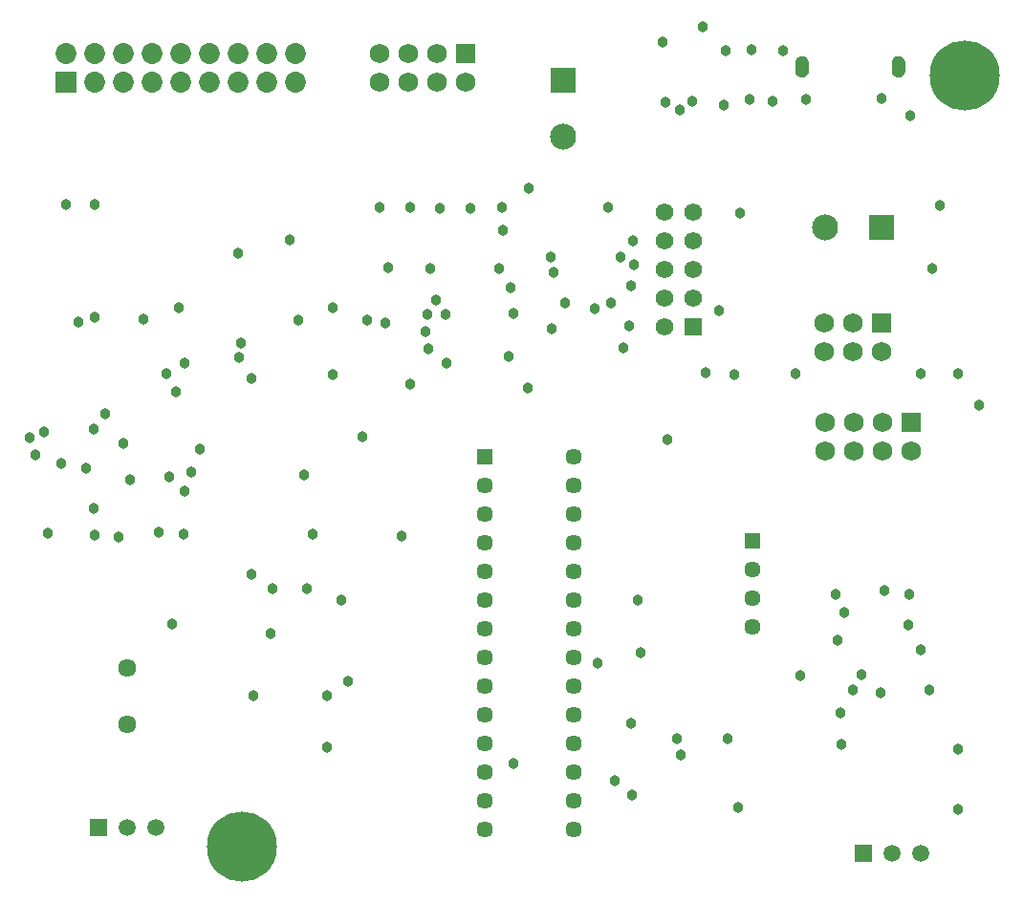
<source format=gbs>
G04*
G04 #@! TF.GenerationSoftware,Altium Limited,Altium Designer,22.3.1 (43)*
G04*
G04 Layer_Color=16711935*
%FSLAX25Y25*%
%MOIN*%
G70*
G04*
G04 #@! TF.SameCoordinates,CB90502A-CAD2-466A-8923-7FAB541583EB*
G04*
G04*
G04 #@! TF.FilePolarity,Negative*
G04*
G01*
G75*
%ADD61C,0.24422*%
%ADD62C,0.05918*%
%ADD63R,0.05918X0.05918*%
%ADD64C,0.06343*%
%ADD65C,0.09068*%
%ADD66R,0.09068X0.09068*%
%ADD67R,0.06902X0.06902*%
%ADD68C,0.06902*%
%ADD69C,0.05682*%
%ADD70R,0.05682X0.05682*%
%ADD71C,0.06194*%
%ADD72R,0.06194X0.06194*%
%ADD73R,0.09068X0.09068*%
%ADD74C,0.05721*%
%ADD75R,0.05721X0.05721*%
%ADD76C,0.07296*%
%ADD77R,0.07296X0.07296*%
%ADD78C,0.03800*%
G36*
X280065Y292763D02*
X279942Y292773D01*
X279819Y292789D01*
X279698Y292811D01*
X279578Y292840D01*
X279459Y292876D01*
X279342Y292917D01*
X279228Y292964D01*
X279117Y293017D01*
X279008Y293076D01*
X278902Y293141D01*
X278801Y293211D01*
X278702Y293286D01*
X278608Y293367D01*
X278519Y293452D01*
X278433Y293541D01*
X278353Y293636D01*
X278278Y293734D01*
X278208Y293835D01*
X278143Y293941D01*
X278084Y294050D01*
X278031Y294161D01*
X277984Y294275D01*
X277942Y294392D01*
X277907Y294511D01*
X277878Y294631D01*
X277856Y294753D01*
X277840Y294875D01*
X277830Y294998D01*
X277827Y295122D01*
Y297878D01*
X277830Y298002D01*
X277840Y298125D01*
X277856Y298248D01*
X277878Y298369D01*
X277907Y298489D01*
X277942Y298608D01*
X277984Y298725D01*
X278031Y298839D01*
X278084Y298950D01*
X278143Y299059D01*
X278208Y299165D01*
X278278Y299266D01*
X278353Y299364D01*
X278433Y299459D01*
X278519Y299548D01*
X278608Y299633D01*
X278702Y299714D01*
X278801Y299789D01*
X278902Y299859D01*
X279008Y299924D01*
X279117Y299983D01*
X279228Y300036D01*
X279342Y300083D01*
X279459Y300125D01*
X279578Y300160D01*
X279698Y300188D01*
X279819Y300211D01*
X279942Y300227D01*
X280065Y300237D01*
X280189Y300240D01*
X280313Y300237D01*
X280436Y300227D01*
X280558Y300211D01*
X280680Y300188D01*
X280800Y300160D01*
X280919Y300125D01*
X281035Y300083D01*
X281150Y300036D01*
X281261Y299983D01*
X281370Y299924D01*
X281475Y299859D01*
X281577Y299789D01*
X281676Y299714D01*
X281770Y299633D01*
X281859Y299548D01*
X281944Y299459D01*
X282025Y299364D01*
X282100Y299266D01*
X282170Y299165D01*
X282235Y299059D01*
X282294Y298950D01*
X282347Y298839D01*
X282394Y298725D01*
X282436Y298608D01*
X282471Y298489D01*
X282500Y298369D01*
X282522Y298248D01*
X282538Y298125D01*
X282548Y298002D01*
X282551Y297878D01*
Y295122D01*
X282548Y294998D01*
X282538Y294875D01*
X282522Y294753D01*
X282500Y294631D01*
X282471Y294511D01*
X282436Y294392D01*
X282394Y294275D01*
X282347Y294161D01*
X282294Y294050D01*
X282235Y293941D01*
X282170Y293835D01*
X282100Y293734D01*
X282025Y293636D01*
X281944Y293541D01*
X281859Y293452D01*
X281770Y293367D01*
X281676Y293286D01*
X281577Y293211D01*
X281475Y293141D01*
X281370Y293076D01*
X281261Y293017D01*
X281150Y292964D01*
X281035Y292917D01*
X280919Y292876D01*
X280800Y292840D01*
X280680Y292811D01*
X280558Y292789D01*
X280436Y292773D01*
X280313Y292763D01*
X280189Y292760D01*
X280065Y292763D01*
D02*
G37*
G36*
X313687D02*
X313564Y292773D01*
X313441Y292789D01*
X313320Y292811D01*
X313200Y292840D01*
X313081Y292876D01*
X312965Y292917D01*
X312850Y292964D01*
X312739Y293017D01*
X312630Y293076D01*
X312525Y293141D01*
X312423Y293211D01*
X312324Y293286D01*
X312230Y293367D01*
X312141Y293452D01*
X312056Y293541D01*
X311975Y293636D01*
X311900Y293734D01*
X311830Y293835D01*
X311765Y293941D01*
X311706Y294050D01*
X311653Y294161D01*
X311606Y294275D01*
X311564Y294392D01*
X311529Y294511D01*
X311500Y294631D01*
X311478Y294753D01*
X311462Y294875D01*
X311452Y294998D01*
X311449Y295122D01*
Y297878D01*
X311452Y298002D01*
X311462Y298125D01*
X311478Y298248D01*
X311500Y298369D01*
X311529Y298489D01*
X311564Y298608D01*
X311606Y298725D01*
X311653Y298839D01*
X311706Y298950D01*
X311765Y299059D01*
X311830Y299165D01*
X311900Y299266D01*
X311975Y299364D01*
X312056Y299459D01*
X312141Y299548D01*
X312230Y299633D01*
X312324Y299714D01*
X312423Y299789D01*
X312525Y299859D01*
X312630Y299924D01*
X312739Y299983D01*
X312850Y300036D01*
X312965Y300083D01*
X313081Y300125D01*
X313200Y300160D01*
X313320Y300188D01*
X313441Y300211D01*
X313564Y300227D01*
X313687Y300237D01*
X313811Y300240D01*
X313935Y300237D01*
X314058Y300227D01*
X314180Y300211D01*
X314302Y300188D01*
X314422Y300160D01*
X314541Y300125D01*
X314658Y300083D01*
X314772Y300036D01*
X314883Y299983D01*
X314992Y299924D01*
X315098Y299859D01*
X315199Y299789D01*
X315298Y299714D01*
X315392Y299633D01*
X315481Y299548D01*
X315566Y299459D01*
X315647Y299364D01*
X315722Y299266D01*
X315792Y299165D01*
X315857Y299059D01*
X315916Y298950D01*
X315969Y298839D01*
X316016Y298725D01*
X316058Y298608D01*
X316093Y298489D01*
X316122Y298369D01*
X316144Y298248D01*
X316160Y298125D01*
X316170Y298002D01*
X316173Y297878D01*
Y295122D01*
X316170Y294998D01*
X316160Y294875D01*
X316144Y294753D01*
X316122Y294631D01*
X316093Y294511D01*
X316058Y294392D01*
X316016Y294275D01*
X315969Y294161D01*
X315916Y294050D01*
X315857Y293941D01*
X315792Y293835D01*
X315722Y293734D01*
X315647Y293636D01*
X315566Y293541D01*
X315481Y293452D01*
X315392Y293367D01*
X315298Y293286D01*
X315199Y293211D01*
X315098Y293141D01*
X314992Y293076D01*
X314883Y293017D01*
X314772Y292964D01*
X314658Y292917D01*
X314541Y292876D01*
X314422Y292840D01*
X314302Y292811D01*
X314180Y292789D01*
X314058Y292773D01*
X313935Y292763D01*
X313811Y292760D01*
X313687Y292763D01*
D02*
G37*
D61*
X85000Y24500D02*
D03*
X337000Y293500D02*
D03*
D62*
X55000Y31000D02*
D03*
X45000D02*
D03*
X311500Y22000D02*
D03*
X321500D02*
D03*
D63*
X35000Y31000D02*
D03*
X301500Y22000D02*
D03*
D64*
X45000Y67157D02*
D03*
Y86843D02*
D03*
D65*
X197000Y272091D02*
D03*
X288173Y240500D02*
D03*
D66*
X197000Y291776D02*
D03*
D67*
X162800Y301000D02*
D03*
X318173Y172500D02*
D03*
X307858Y207000D02*
D03*
D68*
X162800Y291000D02*
D03*
X152800Y301000D02*
D03*
X142800D02*
D03*
X152800Y291000D02*
D03*
X142800D02*
D03*
X132800Y301000D02*
D03*
Y291000D02*
D03*
X288173Y162500D02*
D03*
Y172500D02*
D03*
X298173Y162500D02*
D03*
X308173D02*
D03*
X298173Y172500D02*
D03*
X308173D02*
D03*
X318173Y162500D02*
D03*
X287858Y197000D02*
D03*
X297858D02*
D03*
X307858D02*
D03*
X287858Y207000D02*
D03*
X297858D02*
D03*
D69*
X263000Y101000D02*
D03*
Y111000D02*
D03*
Y121000D02*
D03*
D70*
Y131000D02*
D03*
D71*
X232137Y245846D02*
D03*
X242137D02*
D03*
X232137Y235846D02*
D03*
X242137D02*
D03*
X232137Y225846D02*
D03*
X242137D02*
D03*
X232137Y215846D02*
D03*
X242137D02*
D03*
X232137Y205846D02*
D03*
D72*
X242137D02*
D03*
D73*
X307858Y240500D02*
D03*
D74*
X200500Y160500D02*
D03*
Y150500D02*
D03*
Y140500D02*
D03*
Y130500D02*
D03*
Y120500D02*
D03*
Y110500D02*
D03*
Y100500D02*
D03*
Y90500D02*
D03*
Y80500D02*
D03*
Y70500D02*
D03*
Y60500D02*
D03*
Y50500D02*
D03*
Y40500D02*
D03*
Y30500D02*
D03*
X169500D02*
D03*
Y40500D02*
D03*
Y50500D02*
D03*
Y60500D02*
D03*
Y70500D02*
D03*
Y80500D02*
D03*
Y90500D02*
D03*
Y100500D02*
D03*
Y110500D02*
D03*
Y120500D02*
D03*
Y130500D02*
D03*
Y140500D02*
D03*
Y150500D02*
D03*
D75*
Y160500D02*
D03*
D76*
X83500Y301000D02*
D03*
Y291000D02*
D03*
X53500Y301000D02*
D03*
Y291000D02*
D03*
X43500Y301000D02*
D03*
Y291000D02*
D03*
X23500Y301000D02*
D03*
X33500Y291000D02*
D03*
Y301000D02*
D03*
X63500Y291000D02*
D03*
Y301000D02*
D03*
X73500Y291000D02*
D03*
Y301000D02*
D03*
X93500Y291000D02*
D03*
X103500D02*
D03*
X93500Y301000D02*
D03*
X103500D02*
D03*
D77*
X23500Y291000D02*
D03*
D78*
X223000Y110500D02*
D03*
X224000Y92000D02*
D03*
X209000Y88500D02*
D03*
X127000Y167500D02*
D03*
X150086Y198114D02*
D03*
X149500Y210114D02*
D03*
X156393Y193107D02*
D03*
X148900Y204114D02*
D03*
X156000Y210000D02*
D03*
X42000Y132500D02*
D03*
X33500Y133000D02*
D03*
X179500Y53500D02*
D03*
X46000Y152500D02*
D03*
X116500Y212500D02*
D03*
X104500Y208000D02*
D03*
X281500Y285000D02*
D03*
X308000Y285500D02*
D03*
X279500Y84000D02*
D03*
X293500Y71000D02*
D03*
X294000Y60000D02*
D03*
X114500Y59000D02*
D03*
Y77000D02*
D03*
X89000D02*
D03*
X122000Y82000D02*
D03*
X95500Y114500D02*
D03*
X88200Y119400D02*
D03*
X119500Y110500D02*
D03*
X107500Y114500D02*
D03*
X65000Y148500D02*
D03*
X64500Y133525D02*
D03*
X56000Y134000D02*
D03*
X164500Y247000D02*
D03*
X154000D02*
D03*
X133000Y247500D02*
D03*
X143500D02*
D03*
X185000Y254000D02*
D03*
X212500Y247500D02*
D03*
X258500Y245500D02*
D03*
X325500Y226000D02*
D03*
X334500Y189500D02*
D03*
X321500D02*
D03*
X278000D02*
D03*
X256500Y189000D02*
D03*
X318000Y279500D02*
D03*
X270000Y284500D02*
D03*
X262000Y285000D02*
D03*
X273500Y302000D02*
D03*
X262500Y302500D02*
D03*
X253500Y302000D02*
D03*
X231500Y305000D02*
D03*
X245500Y310500D02*
D03*
X237500Y281500D02*
D03*
X242000Y284500D02*
D03*
X232500Y284000D02*
D03*
X101500Y236000D02*
D03*
X136000Y226500D02*
D03*
X150500Y226000D02*
D03*
X152500Y215000D02*
D03*
X128500Y208000D02*
D03*
X135000Y207000D02*
D03*
X116500Y189000D02*
D03*
X84000Y195000D02*
D03*
X63000Y212500D02*
D03*
X65000Y193000D02*
D03*
X58500Y189500D02*
D03*
X50500Y208500D02*
D03*
X28000Y207500D02*
D03*
X33500Y209000D02*
D03*
X30500Y156500D02*
D03*
X22000Y158000D02*
D03*
X16000Y169000D02*
D03*
X11000Y167000D02*
D03*
X13000Y161000D02*
D03*
X213500Y214000D02*
D03*
X220500Y220000D02*
D03*
X221500Y227500D02*
D03*
X220012Y206100D02*
D03*
X218012Y198533D02*
D03*
X208000Y212000D02*
D03*
X197500Y214000D02*
D03*
X193000Y205000D02*
D03*
X307500Y78000D02*
D03*
X298040Y79040D02*
D03*
X301000Y84500D02*
D03*
X176000Y239500D02*
D03*
X193629Y224629D02*
D03*
X192500Y230000D02*
D03*
X217000D02*
D03*
X178500Y219500D02*
D03*
X174507Y225993D02*
D03*
X179759Y210441D02*
D03*
X175500Y247500D02*
D03*
X59500Y153500D02*
D03*
X184500Y184500D02*
D03*
X178000Y195500D02*
D03*
X317500Y112500D02*
D03*
X295000Y106000D02*
D03*
X292000Y112500D02*
D03*
X33500Y248500D02*
D03*
X62000Y183000D02*
D03*
X23500Y248500D02*
D03*
X106500Y154000D02*
D03*
X109500Y133500D02*
D03*
X60500Y102000D02*
D03*
X17300Y133669D02*
D03*
X334500Y58500D02*
D03*
Y37500D02*
D03*
X238000Y56500D02*
D03*
X258000Y38000D02*
D03*
X236500Y62000D02*
D03*
X220500Y67500D02*
D03*
X215000Y47500D02*
D03*
X221000Y42500D02*
D03*
X251200Y211600D02*
D03*
X143700Y185900D02*
D03*
X233400Y166600D02*
D03*
X33300Y142400D02*
D03*
X341800Y178400D02*
D03*
X140700Y132900D02*
D03*
X246500Y189700D02*
D03*
X43500Y165000D02*
D03*
X33300Y170000D02*
D03*
X37300Y175500D02*
D03*
X309000Y113700D02*
D03*
X321500Y93100D02*
D03*
X317400Y101900D02*
D03*
X292550Y96400D02*
D03*
X324500Y79159D02*
D03*
X221200Y235900D02*
D03*
X88100Y187800D02*
D03*
X67300Y155100D02*
D03*
X84700Y200000D02*
D03*
X83500Y231500D02*
D03*
X70339Y163000D02*
D03*
X254327Y62000D02*
D03*
X95000Y98630D02*
D03*
X253000Y282994D02*
D03*
X328400Y248089D02*
D03*
M02*

</source>
